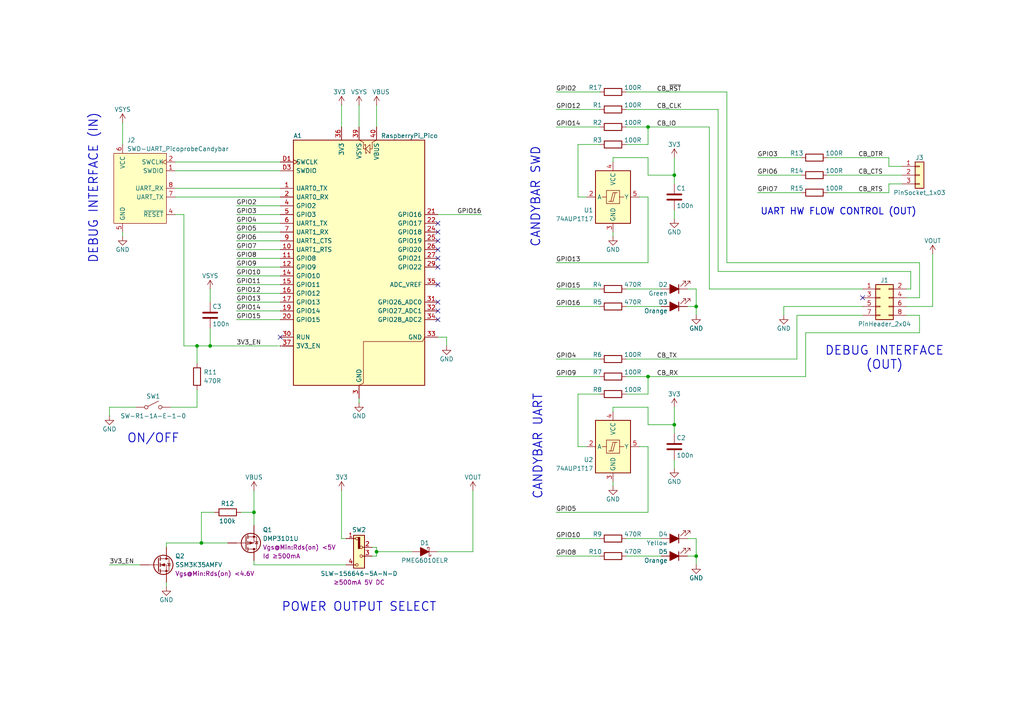
<source format=kicad_sch>
(kicad_sch (version 20231120) (generator "eeschema") (generator_version "8.0")
  (paper "A4")
  (title_block (title "Picoprobe Candybar") (date "In-progress") (rev "0-dev") (comment 1 "Peter S. Hollander") (comment 2 "recursivenomad@protonmail.com") (comment 3 "MIT-0 OR CC0-1.0") (comment 4 "https://gitlab.com/recursivenomad/picoprobe-candybar/"))
  (lib_symbols
    (symbol "Connector_Generic:Conn_01x03" (pin_names (offset 1.016) hide)
      (property "Reference" "J" (at 0 5.08 0))
      (property "Value" "Conn_01x03" (at 0 -5.08 0))
      (symbol "Conn_01x03_1_1"
        (rectangle (start -1.27 -2.413) (end 0 -2.667) (stroke (width 0.1524)))
        (rectangle (start -1.27 0.127) (end 0 -0.127) (stroke (width 0.1524)))
        (rectangle (start -1.27 2.667) (end 0 2.413) (stroke (width 0.1524)))
        (rectangle (start -1.27 3.81) (end 1.27 -3.81) (stroke (width 0.254)) (fill (type background)))
        (pin passive line (at -5.08 2.54 0) (length 3.81) (name "Pin_1") (number "1"))
        (pin passive line (at -5.08 0 0) (length 3.81) (name "Pin_2") (number "2"))
        (pin passive line (at -5.08 -2.54 0) (length 3.81) (name "Pin_3") (number "3"))
      )
    )
    (symbol "Connector_Generic:Conn_02x04_Odd_Even" (pin_names (offset 1.016) hide)
      (property "Reference" "J" (at 1.27 5.08 0))
      (property "Value" "Conn_02x04_Odd_Even" (at 1.27 -7.62 0))
      (symbol "Conn_02x04_Odd_Even_1_1"
        (rectangle (start -1.27 -4.953) (end 0 -5.207) (stroke (width 0.1524)))
        (rectangle (start -1.27 -2.413) (end 0 -2.667) (stroke (width 0.1524)))
        (rectangle (start -1.27 0.127) (end 0 -0.127) (stroke (width 0.1524)))
        (rectangle (start -1.27 2.667) (end 0 2.413) (stroke (width 0.1524)))
        (rectangle (start -1.27 3.81) (end 3.81 -6.35) (stroke (width 0.254)) (fill (type background)))
        (rectangle (start 3.81 -4.953) (end 2.54 -5.207) (stroke (width 0.1524)))
        (rectangle (start 3.81 -2.413) (end 2.54 -2.667) (stroke (width 0.1524)))
        (rectangle (start 3.81 0.127) (end 2.54 -0.127) (stroke (width 0.1524)))
        (rectangle (start 3.81 2.667) (end 2.54 2.413) (stroke (width 0.1524)))
        (pin passive line (at -5.08 2.54 0) (length 3.81) (name "Pin_1") (number "1"))
        (pin passive line (at 7.62 2.54 180) (length 3.81) (name "Pin_2") (number "2"))
        (pin passive line (at -5.08 0 0) (length 3.81) (name "Pin_3") (number "3"))
        (pin passive line (at 7.62 0 180) (length 3.81) (name "Pin_4") (number "4"))
        (pin passive line (at -5.08 -2.54 0) (length 3.81) (name "Pin_5") (number "5"))
        (pin passive line (at 7.62 -2.54 180) (length 3.81) (name "Pin_6") (number "6"))
        (pin passive line (at -5.08 -5.08 0) (length 3.81) (name "Pin_7") (number "7"))
        (pin passive line (at 7.62 -5.08 180) (length 3.81) (name "Pin_8") (number "8"))
      )
    )
    (symbol "Connector_PicoprobeCandybar:SWD-UART_PicoprobeCandybar" (pin_names (offset 0.762)) (in_bom no)
      (property "Reference" "J" (at -2.54 13.97 0))
      (property "Value" "SWD-UART_PicoprobeCandybar" (at -2.54 11.43 0))
      (symbol "SWD-UART_PicoprobeCandybar_0_0"
        (pin bidirectional line (at 10.16 5.08 180) (length 2.54) (name "SWDIO") (number "1"))
        (pin output clock (at 10.16 7.62 180) (length 2.54) (name "SWCLK") (number "2"))
      )
      (symbol "SWD-UART_PicoprobeCandybar_1_0"
        (pin open_collector line (at 10.16 -7.62 180) (length 2.54) (name "~{RESET}") (number "4"))
        (pin power_in line (at -5.08 -12.7 90) (length 2.54) (name "GND") (number "5"))
        (pin power_out line (at -5.08 12.7 270) (length 2.54) (name "VCC") (number "6"))
        (pin output line (at 10.16 -2.54 180) (length 2.54) (name "UART_TX") (number "7"))
        (pin input line (at 10.16 0 180) (length 2.54) (name "UART_RX") (number "8"))
      )
      (symbol "SWD-UART_PicoprobeCandybar_1_1"
        (rectangle (start -7.62 10.16) (end 7.62 -10.16) (fill (type background)))
      )
    )
    (symbol "Device:C" (pin_numbers hide) (pin_names (offset 0.254))
      (property "Reference" "C" (at 0.635 2.54 0))
      (property "Value" "C" (at 0.635 -2.54 0))
      (symbol "C_0_1"
        (polyline (pts (xy -2.032 -0.762) (xy 2.032 -0.762)) (stroke (width 0.508)))
        (polyline (pts (xy -2.032 0.762) (xy 2.032 0.762)) (stroke (width 0.508)))
      )
      (symbol "C_1_1"
        (pin passive line (at 0 3.81 270) (length 2.794) (name "~") (number "1"))
        (pin passive line (at 0 -3.81 90) (length 2.794) (name "~") (number "2"))
      )
    )
    (symbol "Device:LED_Filled" (pin_numbers hide) (pin_names (offset 1.016) hide)
      (property "Reference" "D" (at 0 2.54 0))
      (property "Value" "LED_Filled" (at 0 -2.54 0))
      (symbol "LED_Filled_0_1"
        (polyline (pts (xy -1.27 -1.27) (xy -1.27 1.27)) (stroke (width 0.254)))
        (polyline (pts (xy -1.27 0) (xy 1.27 0)))
        (polyline (pts (xy 1.27 -1.27) (xy 1.27 1.27) (xy -1.27 0) (xy 1.27 -1.27)) (stroke (width 0.254)) (fill (type outline)))
        (polyline (pts (xy -3.048 -0.762) (xy -4.572 -2.286) (xy -3.81 -2.286) (xy -4.572 -2.286) (xy -4.572 -1.524)))
        (polyline (pts (xy -1.778 -0.762) (xy -3.302 -2.286) (xy -2.54 -2.286) (xy -3.302 -2.286) (xy -3.302 -1.524)))
      )
      (symbol "LED_Filled_1_1"
        (pin passive line (at -3.81 0 0) (length 2.54) (name "K") (number "1"))
        (pin passive line (at 3.81 0 180) (length 2.54) (name "A") (number "2"))
      )
    )
    (symbol "Device:Q_NMOS_GSD" (pin_numbers hide) (pin_names (offset 0) hide)
      (property "Reference" "Q" (at 5.08 1.27 0))
      (property "Value" "Q_NMOS_GSD" (at 5.08 -1.27 0))
      (symbol "Q_NMOS_GSD_0_1"
        (polyline (pts (xy 0.254 0) (xy -2.54 0)))
        (polyline (pts (xy 0.254 1.905) (xy 0.254 -1.905)) (stroke (width 0.254)))
        (polyline (pts (xy 0.762 -1.27) (xy 0.762 -2.286)) (stroke (width 0.254)))
        (polyline (pts (xy 0.762 0.508) (xy 0.762 -0.508)) (stroke (width 0.254)))
        (polyline (pts (xy 0.762 2.286) (xy 0.762 1.27)) (stroke (width 0.254)))
        (polyline (pts (xy 2.54 2.54) (xy 2.54 1.778)))
        (polyline (pts (xy 2.54 -2.54) (xy 2.54 0) (xy 0.762 0)))
        (polyline (pts (xy 0.762 -1.778) (xy 3.302 -1.778) (xy 3.302 1.778) (xy 0.762 1.778)))
        (polyline (pts (xy 1.016 0) (xy 2.032 0.381) (xy 2.032 -0.381) (xy 1.016 0)) (fill (type outline)))
        (polyline (pts (xy 2.794 0.508) (xy 2.921 0.381) (xy 3.683 0.381) (xy 3.81 0.254)))
        (polyline (pts (xy 3.302 0.381) (xy 2.921 -0.254) (xy 3.683 -0.254) (xy 3.302 0.381)))
        (circle (center 1.651 0) (radius 2.794) (stroke (width 0.254)))
        (circle (center 2.54 -1.778) (radius 0.254) (fill (type outline)))
        (circle (center 2.54 1.778) (radius 0.254) (fill (type outline)))
      )
      (symbol "Q_NMOS_GSD_1_1"
        (pin input line (at -5.08 0 0) (length 2.54) (name "G") (number "1"))
        (pin passive line (at 2.54 -5.08 90) (length 2.54) (name "S") (number "2"))
        (pin passive line (at 2.54 5.08 270) (length 2.54) (name "D") (number "3"))
      )
    )
    (symbol "Device:Q_PMOS_GSD" (pin_numbers hide) (pin_names (offset 0) hide)
      (property "Reference" "Q" (at 5.08 1.27 0))
      (property "Value" "Q_PMOS_GSD" (at 5.08 -1.27 0))
      (symbol "Q_PMOS_GSD_0_1"
        (polyline (pts (xy 0.254 0) (xy -2.54 0)))
        (polyline (pts (xy 0.254 1.905) (xy 0.254 -1.905)) (stroke (width 0.254)))
        (polyline (pts (xy 0.762 -1.27) (xy 0.762 -2.286)) (stroke (width 0.254)))
        (polyline (pts (xy 0.762 0.508) (xy 0.762 -0.508)) (stroke (width 0.254)))
        (polyline (pts (xy 0.762 2.286) (xy 0.762 1.27)) (stroke (width 0.254)))
        (polyline (pts (xy 2.54 2.54) (xy 2.54 1.778)))
        (polyline (pts (xy 2.54 -2.54) (xy 2.54 0) (xy 0.762 0)))
        (polyline (pts (xy 0.762 1.778) (xy 3.302 1.778) (xy 3.302 -1.778) (xy 0.762 -1.778)))
        (polyline (pts (xy 2.286 0) (xy 1.27 0.381) (xy 1.27 -0.381) (xy 2.286 0)) (fill (type outline)))
        (polyline (pts (xy 2.794 -0.508) (xy 2.921 -0.381) (xy 3.683 -0.381) (xy 3.81 -0.254)))
        (polyline (pts (xy 3.302 -0.381) (xy 2.921 0.254) (xy 3.683 0.254) (xy 3.302 -0.381)))
        (circle (center 1.651 0) (radius 2.794) (stroke (width 0.254)))
        (circle (center 2.54 -1.778) (radius 0.254) (fill (type outline)))
        (circle (center 2.54 1.778) (radius 0.254) (fill (type outline)))
      )
      (symbol "Q_PMOS_GSD_1_1"
        (pin input line (at -5.08 0 0) (length 2.54) (name "G") (number "1"))
        (pin passive line (at 2.54 -5.08 90) (length 2.54) (name "S") (number "2"))
        (pin passive line (at 2.54 5.08 270) (length 2.54) (name "D") (number "3"))
      )
    )
    (symbol "Device:R" (pin_numbers hide) (pin_names (offset 0))
      (property "Reference" "R" (at 2.032 0 90))
      (property "Value" "R" (at 0 0 90))
      (symbol "R_0_1"
        (rectangle (start -1.016 -2.54) (end 1.016 2.54) (stroke (width 0.254)))
      )
      (symbol "R_1_1"
        (pin passive line (at 0 3.81 270) (length 1.27) (name "~") (number "1"))
        (pin passive line (at 0 -3.81 90) (length 1.27) (name "~") (number "2"))
      )
    )
    (symbol "MCU_Module_RaspberryPi_Pico:RaspberryPi_Pico_DebugPins" (pin_names (offset 0.762))
      (property "Reference" "A" (at -19.05 38.1 0))
      (property "Value" "RaspberryPi_Pico" (at 7.62 38.1 0))
      (symbol "RaspberryPi_Pico_DebugPins_0_1"
        (rectangle (start -19.05 36.83) (end 19.05 -34.29) (stroke (width 0.254)) (fill (type background)))
        (polyline (pts (xy 0 36.83) (xy 1.27 36.195) (xy 1.27 34.29) (xy 1.905 34.29)))
        (polyline (pts (xy 1.905 34.29) (xy 3.175 35.56) (xy 3.175 33.02) (xy 1.905 34.29)))
        (polyline (pts (xy 5.08 36.83) (xy 3.81 36.195) (xy 3.81 34.29) (xy 3.175 34.29)))
        (polyline (pts (xy 0 -34.29) (xy 1.27 -33.655) (xy 1.27 -21.59) (xy 18.415 -21.59) (xy 19.05 -20.32)))
        (polyline (pts (xy 1.651 35.306) (xy 1.651 35.56) (xy 1.905 35.56) (xy 1.905 33.02) (xy 2.159 33.02) (xy 2.159 33.274)))
      )
      (symbol "RaspberryPi_Pico_DebugPins_1_1"
        (pin bidirectional line (at -22.86 22.86 0) (length 3.81) (name "GPIO0") (number "1") (alternate "UART0_TX" output line))
        (pin bidirectional line (at -22.86 5.08 0) (length 3.81) (name "GPIO7") (number "10") (alternate "UART1_RTS" output line))
        (pin bidirectional line (at -22.86 2.54 0) (length 3.81) (name "GPIO8") (number "11") (alternate "UART1_TX" output line))
        (pin bidirectional line (at -22.86 0 0) (length 3.81) (name "GPIO9") (number "12") (alternate "UART1_RX" input line))
        (pin passive line (at 0 -38.1 90) (length 3.81) hide (name "GND") (number "13"))
        (pin bidirectional line (at -22.86 -2.54 0) (length 3.81) (name "GPIO10") (number "14") (alternate "UART1_CTS" input line))
        (pin bidirectional line (at -22.86 -5.08 0) (length 3.81) (name "GPIO11") (number "15") (alternate "UART1_RTS" output line))
        (pin bidirectional line (at -22.86 -7.62 0) (length 3.81) (name "GPIO12") (number "16") (alternate "UART0_TX" output line))
        (pin bidirectional line (at -22.86 -10.16 0) (length 3.81) (name "GPIO13") (number "17") (alternate "UART0_RX" input line))
        (pin passive line (at 0 -38.1 90) (length 3.81) hide (name "GND") (number "18"))
        (pin bidirectional line (at -22.86 -12.7 0) (length 3.81) (name "GPIO14") (number "19"))
        (pin bidirectional line (at -22.86 20.32 0) (length 3.81) (name "GPIO1") (number "2") (alternate "UART0_RX" input line))
        (pin bidirectional line (at -22.86 -15.24 0) (length 3.81) (name "GPIO15") (number "20"))
        (pin bidirectional line (at 22.86 15.24 180) (length 3.81) (name "GPIO16") (number "21") (alternate "UART0_TX" output line))
        (pin bidirectional line (at 22.86 12.7 180) (length 3.81) (name "GPIO17") (number "22") (alternate "UART0_RX" input line))
        (pin passive line (at 0 -38.1 90) (length 3.81) hide (name "GND") (number "23"))
        (pin bidirectional line (at 22.86 10.16 180) (length 3.81) (name "GPIO18") (number "24"))
        (pin bidirectional line (at 22.86 7.62 180) (length 3.81) (name "GPIO19") (number "25"))
        (pin bidirectional line (at 22.86 5.08 180) (length 3.81) (name "GPIO20") (number "26") (alternate "UART1_TX" output line))
        (pin bidirectional line (at 22.86 2.54 180) (length 3.81) (name "GPIO21") (number "27") (alternate "UART1_RX" input line))
        (pin passive line (at 0 -38.1 90) (length 3.81) hide (name "GND") (number "28"))
        (pin bidirectional line (at 22.86 0 180) (length 3.81) (name "GPIO22") (number "29") (alternate "UART1_CTS" input line))
        (pin power_out line (at 0 -38.1 90) (length 3.81) (name "GND") (number "3"))
        (pin input line (at -22.86 -20.32 0) (length 3.81) (name "RUN") (number "30"))
        (pin bidirectional line (at 22.86 -10.16 180) (length 3.81) (name "GPIO26_ADC0") (number "31") (alternate "UART1_CTS" input line))
        (pin bidirectional line (at 22.86 -12.7 180) (length 3.81) (name "GPIO27_ADC1") (number "32") (alternate "UART1_RTS" output line))
        (pin power_out line (at 22.86 -20.32 180) (length 3.81) (name "AGND") (number "33") (alternate "GND" passive line))
        (pin bidirectional line (at 22.86 -15.24 180) (length 3.81) (name "GPIO28_ADC2") (number "34") (alternate "UART0_TX" output line))
        (pin power_in line (at 22.86 -5.08 180) (length 3.81) (name "ADC_VREF") (number "35"))
        (pin power_out line (at -5.08 40.64 270) (length 3.81) (name "3V3") (number "36"))
        (pin input line (at -22.86 -22.86 0) (length 3.81) (name "3V3_EN") (number "37"))
        (pin passive line (at 0 -38.1 90) (length 3.81) hide (name "GND") (number "38"))
        (pin power_in line (at 0 40.64 270) (length 3.81) (name "VSYS") (number "39"))
        (pin bidirectional line (at -22.86 17.78 0) (length 3.81) (name "GPIO2") (number "4"))
        (pin power_out line (at 5.08 40.64 270) (length 3.81) (name "VBUS") (number "40"))
        (pin bidirectional line (at -22.86 15.24 0) (length 3.81) (name "GPIO3") (number "5"))
        (pin bidirectional line (at -22.86 12.7 0) (length 3.81) (name "GPIO4") (number "6") (alternate "UART1_TX" output line))
        (pin bidirectional line (at -22.86 10.16 0) (length 3.81) (name "GPIO5") (number "7") (alternate "UART1_RX" input line))
        (pin passive line (at 0 -38.1 90) (length 3.81) hide (name "GND") (number "8"))
        (pin bidirectional line (at -22.86 7.62 0) (length 3.81) (name "GPIO6") (number "9") (alternate "UART1_CTS" input line))
        (pin input clock (at -22.86 30.48 0) (length 3.81) (name "SWCLK") (number "D1"))
        (pin passive line (at 0 -38.1 90) (length 3.81) hide (name "GND") (number "D2"))
        (pin bidirectional line (at -22.86 27.94 0) (length 3.81) (name "SWDIO") (number "D3"))
      )
    )
    (symbol "MCU_Module_RaspberryPi_Pico:RaspberryPi_Pico_InternalPullUp-3V3_EN" (pin_numbers hide) (pin_names hide) (in_bom no) (on_board no)
      (symbol "RaspberryPi_Pico_InternalPullUp-3V3_EN_0_1"
        (polyline (pts (xy 8.89 -2.54) (xy 12.065 -2.54)))
        (rectangle (start 5.715 -1.905) (end 8.89 -3.175))
      )
      (symbol "RaspberryPi_Pico_InternalPullUp-3V3_EN_1_1"
        (polyline (pts (xy 5.715 -2.54) (xy 5.08 -2.54) (xy 3.81 0)))
        (text "VSYS" (at 12.065 -1.905 0) (effects (font (size 0.635 0.635)) (justify right)))
        (pin passive line (at 0 0 0) (length 3.81) (name "INTERNAL_PULL_UP") (number "1"))
      )
    )
    (symbol "ProjectSymbols_PicoprobeCandybar:74AUP1T17"
      (property "Reference" "U" (at 1.27 8.89 0))
      (property "Value" "74AUP1T17" (at 1.27 -8.89 0))
      (symbol "74AUP1T17_1_1"
        (rectangle (start -5.08 7.62) (end 5.08 -7.62) (stroke (width 0.254)) (fill (type background)))
        (rectangle (start -1.905 1.905) (end 1.905 -1.905))
        (polyline (pts (xy -3.175 0) (xy -1.905 0)))
        (polyline (pts (xy 1.905 0) (xy 3.175 0)))
        (polyline (pts (xy -0.635 -1.27) (xy 0 -1.27) (xy 0.635 1.27)))
        (polyline (pts (xy -1.27 -1.27) (xy -0.635 -1.27) (xy 0 1.27) (xy 1.27 1.27)))
        (pin no_connect line (at -2.54 -7.62 90) (length 2.54) hide (name "NC") (number "1"))
        (pin input line (at -7.62 0 0) (length 2.54) (name "A") (number "2"))
        (pin power_in line (at 0 -10.16 90) (length 2.54) (name "GND") (number "3"))
        (pin power_in line (at 0 10.16 270) (length 2.54) (name "VCC") (number "4"))
        (pin output line (at 7.62 0 180) (length 2.54) (name "Y") (number "5"))
      )
    )
    (symbol "ProjectSymbols_PicoprobeCandybar:PMEG6010ELR" (pin_numbers hide) (pin_names hide)
      (property "Reference" "D" (at 0 2.54 0))
      (property "Value" "PMEG6010ELR" (at 0 -2.54 0))
      (symbol "PMEG6010ELR_1_1"
        (polyline (pts (xy -1.27 1.27) (xy -1.27 -1.27)))
        (polyline (pts (xy -1.27 -1.27) (xy -0.762 -1.27) (xy -0.762 -0.762)))
        (polyline (pts (xy -1.27 1.27) (xy -1.778 1.27) (xy -1.778 0.762)))
        (polyline (pts (xy -1.27 0) (xy 1.27 1.27) (xy 1.27 -1.27) (xy -1.27 0)) (fill (type outline)))
        (pin passive line (at -3.81 0 0) (length 2.54) (name "K") (number "1"))
        (pin passive line (at 3.81 0 180) (length 2.54) (name "A") (number "2"))
      )
    )
    (symbol "ProjectSymbols_PicoprobeCandybar:SW_Slide_SP3T" (pin_names hide)
      (property "Reference" "SW" (at 0 6.35 0))
      (property "Value" "SW_Slide_SP3T" (at 0 -6.35 0))
      (symbol "SW_Slide_SP3T_0_1"
        (circle (center -0.635 -3.81) (radius 0.381))
        (circle (center -0.635 3.81) (radius 0.381))
        (circle (center 0.635 -1.27) (radius 0.381))
        (circle (center 0.635 1.27) (radius 0.381))
      )
      (symbol "SW_Slide_SP3T_1_1"
        (rectangle (start -1.5875 4.7625) (end 1.5875 -4.7625) (stroke (width 0.254)) (fill (type background)))
        (rectangle (start -0.254 4.191) (end 0.254 0.889) (fill (type outline)))
        (pin passive line (at -3.81 3.81 0) (length 2.794) (name "~") (number "1"))
        (pin passive line (at 3.81 1.27 180) (length 2.794) (name "~") (number "2"))
        (pin passive line (at 3.81 -1.27 180) (length 2.794) (name "~") (number "3"))
        (pin passive line (at -3.81 -3.81 0) (length 2.794) (name "~") (number "4"))
      )
    )
    (symbol "Switch:SW_SPST" (pin_numbers hide) (pin_names (offset 0) hide)
      (property "Reference" "SW" (at 0 3.175 0))
      (property "Value" "SW_SPST" (at 0 -2.54 0))
      (symbol "SW_SPST_0_0"
        (circle (center -2.032 0) (radius 0.508))
        (polyline (pts (xy -1.524 0.254) (xy 1.524 1.778)))
        (circle (center 2.032 0) (radius 0.508))
      )
      (symbol "SW_SPST_1_1"
        (pin passive line (at -5.08 0 0) (length 2.54) (name "A") (number "1"))
        (pin passive line (at 5.08 0 180) (length 2.54) (name "B") (number "2"))
      )
    )
    (symbol "power:+3V3" (power) (pin_numbers hide) (pin_names (offset 0) hide)
      (property "Value" "+3V3" (at 0 3.556 0))
      (symbol "+3V3_0_1"
        (polyline (pts (xy -0.762 1.27) (xy 0 2.54)))
        (polyline (pts (xy 0 0) (xy 0 2.54)))
        (polyline (pts (xy 0 2.54) (xy 0.762 1.27)))
      )
      (symbol "+3V3_1_1"
        (pin power_in line (at 0 0 90) (length 0) (name "~") (number "1"))
      )
    )
    (symbol "power:GND" (power) (pin_numbers hide) (pin_names (offset 0) hide)
      (property "Value" "GND" (at 0 -3.81 0))
      (symbol "GND_0_1"
        (polyline (pts (xy 0 0) (xy 0 -1.27) (xy 1.27 -1.27) (xy 0 -2.54) (xy -1.27 -1.27) (xy 0 -1.27)))
      )
      (symbol "GND_1_1"
        (pin power_in line (at 0 0 270) (length 0) (name "~") (number "1"))
      )
    )
    (symbol "power:PWR_FLAG" (power) (pin_numbers hide) (pin_names (offset 0) hide)
      (property "Value" "PWR_FLAG" (at 0 3.81 0))
      (symbol "PWR_FLAG_0_0"
        (pin power_out line (at 0 0 90) (length 0) (name "~") (number "1"))
      )
      (symbol "PWR_FLAG_0_1"
        (polyline (pts (xy 0 0) (xy 0 1.27) (xy -1.016 1.905) (xy 0 2.54) (xy 1.016 1.905) (xy 0 1.27)))
      )
    )
    (symbol "power:VBUS" (power) (pin_numbers hide) (pin_names (offset 0) hide)
      (property "Value" "VBUS" (at 0 3.556 0))
      (symbol "VBUS_0_1"
        (polyline (pts (xy -0.762 1.27) (xy 0 2.54)))
        (polyline (pts (xy 0 0) (xy 0 2.54)))
        (polyline (pts (xy 0 2.54) (xy 0.762 1.27)))
      )
      (symbol "VBUS_1_1"
        (pin power_in line (at 0 0 90) (length 0) (name "~") (number "1"))
      )
    )
    (symbol "power:VCC" (power) (pin_numbers hide) (pin_names (offset 0) hide)
      (property "Value" "VCC" (at 0 3.556 0))
      (symbol "VCC_0_1"
        (polyline (pts (xy -0.762 1.27) (xy 0 2.54)))
        (polyline (pts (xy 0 0) (xy 0 2.54)))
        (polyline (pts (xy 0 2.54) (xy 0.762 1.27)))
      )
      (symbol "VCC_1_1"
        (pin power_in line (at 0 0 90) (length 0) (name "~") (number "1"))
      )
    )
  )
  (junction (at 187.96 36.83))
  (junction (at 109.22 160.02))
  (junction (at 58.42 157.48))
  (junction (at 187.96 109.22))
  (junction (at 195.58 123.19))
  (junction (at 57.15 100.33))
  (junction (at 201.93 88.9))
  (junction (at 81.28 100.33) (color 255 255 255 0))
  (junction (at 60.96 100.33))
  (junction (at 201.93 161.29))
  (junction (at 73.66 148.59))
  (junction (at 195.58 50.8))
  (no_connect (at 127 82.55))
  (no_connect (at 250.19 86.36))
  (no_connect (at 127 90.17))
  (no_connect (at 127 74.93))
  (no_connect (at 127 64.77))
  (no_connect (at 127 69.85))
  (no_connect (at 127 72.39))
  (no_connect (at 81.28 97.79))
  (no_connect (at 127 77.47))
  (no_connect (at 127 87.63))
  (no_connect (at 127 92.71))
  (no_connect (at 127 67.31))
  (wire (pts (xy 219.71 45.72) (xy 232.41 45.72)))
  (wire (pts (xy 50.8 54.61) (xy 81.28 54.61)))
  (wire (pts (xy 181.61 104.14) (xy 231.14 104.14)))
  (wire (pts (xy 99.06 156.21) (xy 99.06 142.24)))
  (wire (pts (xy 129.54 97.79) (xy 127 97.79)))
  (wire (pts (xy 270.51 73.66) (xy 270.51 88.9)))
  (wire (pts (xy 181.61 161.29) (xy 191.77 161.29)))
  (wire (pts (xy 187.96 41.91) (xy 187.96 36.83)))
  (wire (pts (xy 187.96 50.8) (xy 187.96 45.72)))
  (wire (pts (xy 167.64 41.91) (xy 167.64 57.15)))
  (wire (pts (xy 187.96 123.19) (xy 187.96 118.11)))
  (wire (pts (xy 187.96 76.2) (xy 187.96 57.15)))
  (wire (pts (xy 177.8 118.11) (xy 177.8 119.38)))
  (wire (pts (xy 181.61 109.22) (xy 187.96 109.22)))
  (wire (pts (xy 262.89 88.9) (xy 270.51 88.9)))
  (wire (pts (xy 35.56 67.31) (xy 35.56 68.58)))
  (wire (pts (xy 219.71 50.8) (xy 232.41 50.8)))
  (wire (pts (xy 250.19 83.82) (xy 205.74 83.82)))
  (wire (pts (xy 60.96 83.82) (xy 60.96 87.63)))
  (wire (pts (xy 250.19 91.44) (xy 231.14 91.44)))
  (wire (pts (xy 48.26 157.48) (xy 58.42 157.48)))
  (wire (pts (xy 195.58 45.72) (xy 195.58 50.8)))
  (wire (pts (xy 187.96 148.59) (xy 187.96 129.54)))
  (wire (pts (xy 210.82 26.67) (xy 210.82 76.2)))
  (wire (pts (xy 68.58 64.77) (xy 81.28 64.77)))
  (wire (pts (xy 137.16 160.02) (xy 127 160.02)))
  (wire (pts (xy 73.66 163.83) (xy 100.33 163.83)))
  (wire (pts (xy 173.99 41.91) (xy 167.64 41.91)))
  (wire (pts (xy 173.99 114.3) (xy 167.64 114.3)))
  (wire (pts (xy 181.61 31.75) (xy 208.28 31.75)))
  (wire (pts (xy 53.34 100.33) (xy 57.15 100.33)))
  (wire (pts (xy 167.64 114.3) (xy 167.64 129.54)))
  (wire (pts (xy 31.75 120.65) (xy 31.75 118.11)))
  (wire (pts (xy 161.29 26.67) (xy 173.99 26.67)))
  (wire (pts (xy 181.61 83.82) (xy 191.77 83.82)))
  (wire (pts (xy 201.93 156.21) (xy 201.93 161.29)))
  (wire (pts (xy 177.8 140.97) (xy 177.8 139.7)))
  (wire (pts (xy 181.61 114.3) (xy 187.96 114.3)))
  (wire (pts (xy 187.96 109.22) (xy 233.68 109.22)))
  (wire (pts (xy 266.7 76.2) (xy 210.82 76.2)))
  (wire (pts (xy 262.89 91.44) (xy 266.7 91.44)))
  (wire (pts (xy 201.93 83.82) (xy 201.93 88.9)))
  (wire (pts (xy 100.33 156.21) (xy 99.06 156.21)))
  (wire (pts (xy 109.22 30.48) (xy 109.22 36.83)))
  (wire (pts (xy 104.14 115.57) (xy 104.14 116.84)))
  (wire (pts (xy 57.15 100.33) (xy 60.96 100.33)))
  (wire (pts (xy 69.85 148.59) (xy 73.66 148.59)))
  (wire (pts (xy 137.16 142.24) (xy 137.16 160.02)))
  (wire (pts (xy 161.29 36.83) (xy 173.99 36.83)))
  (wire (pts (xy 201.93 88.9) (xy 201.93 91.44)))
  (wire (pts (xy 68.58 77.47) (xy 81.28 77.47)))
  (wire (pts (xy 68.58 72.39) (xy 81.28 72.39)))
  (wire (pts (xy 161.29 156.21) (xy 173.99 156.21)))
  (wire (pts (xy 199.39 161.29) (xy 201.93 161.29)))
  (wire (pts (xy 104.14 30.48) (xy 104.14 36.83)))
  (wire (pts (xy 257.81 48.26) (xy 261.62 48.26)))
  (wire (pts (xy 109.22 160.02) (xy 109.22 161.29)))
  (wire (pts (xy 227.33 88.9) (xy 227.33 91.44)))
  (wire (pts (xy 167.64 57.15) (xy 170.18 57.15)))
  (wire (pts (xy 257.81 55.88) (xy 257.81 53.34)))
  (wire (pts (xy 177.8 68.58) (xy 177.8 67.31)))
  (wire (pts (xy 68.58 90.17) (xy 81.28 90.17)))
  (wire (pts (xy 50.8 57.15) (xy 81.28 57.15)))
  (wire (pts (xy 187.96 129.54) (xy 185.42 129.54)))
  (wire (pts (xy 195.58 50.8) (xy 195.58 53.34)))
  (wire (pts (xy 233.68 96.52) (xy 266.7 96.52)))
  (wire (pts (xy 266.7 86.36) (xy 266.7 76.2)))
  (wire (pts (xy 181.61 88.9) (xy 191.77 88.9)))
  (wire (pts (xy 73.66 148.59) (xy 73.66 152.4)))
  (wire (pts (xy 195.58 118.11) (xy 195.58 123.19)))
  (wire (pts (xy 107.95 158.75) (xy 109.22 158.75)))
  (wire (pts (xy 208.28 78.74) (xy 264.16 78.74)))
  (wire (pts (xy 201.93 161.29) (xy 201.93 163.83)))
  (wire (pts (xy 58.42 157.48) (xy 66.04 157.48)))
  (wire (pts (xy 257.81 53.34) (xy 261.62 53.34)))
  (wire (pts (xy 167.64 129.54) (xy 170.18 129.54)))
  (wire (pts (xy 109.22 158.75) (xy 109.22 160.02)))
  (wire (pts (xy 31.75 118.11) (xy 39.37 118.11)))
  (wire (pts (xy 161.29 109.22) (xy 173.99 109.22)))
  (wire (pts (xy 195.58 60.96) (xy 195.58 63.5)))
  (wire (pts (xy 31.75 163.83) (xy 40.64 163.83)))
  (wire (pts (xy 257.81 45.72) (xy 257.81 48.26)))
  (wire (pts (xy 187.96 148.59) (xy 161.29 148.59)))
  (wire (pts (xy 266.7 91.44) (xy 266.7 96.52)))
  (wire (pts (xy 181.61 36.83) (xy 187.96 36.83)))
  (wire (pts (xy 195.58 50.8) (xy 187.96 50.8)))
  (wire (pts (xy 68.58 82.55) (xy 81.28 82.55)))
  (wire (pts (xy 227.33 88.9) (xy 250.19 88.9)))
  (wire (pts (xy 161.29 161.29) (xy 173.99 161.29)))
  (wire (pts (xy 73.66 142.24) (xy 73.66 148.59)))
  (wire (pts (xy 49.53 118.11) (xy 57.15 118.11)))
  (wire (pts (xy 177.8 45.72) (xy 177.8 46.99)))
  (wire (pts (xy 68.58 74.93) (xy 81.28 74.93)))
  (wire (pts (xy 187.96 57.15) (xy 185.42 57.15)))
  (wire (pts (xy 68.58 67.31) (xy 81.28 67.31)))
  (wire (pts (xy 266.7 86.36) (xy 262.89 86.36)))
  (wire (pts (xy 50.8 62.23) (xy 53.34 62.23)))
  (wire (pts (xy 68.58 59.69) (xy 81.28 59.69)))
  (wire (pts (xy 231.14 91.44) (xy 231.14 104.14)))
  (wire (pts (xy 50.8 46.99) (xy 81.28 46.99)))
  (wire (pts (xy 68.58 87.63) (xy 81.28 87.63)))
  (wire (pts (xy 240.03 50.8) (xy 261.62 50.8)))
  (wire (pts (xy 161.29 83.82) (xy 173.99 83.82)))
  (wire (pts (xy 57.15 118.11) (xy 57.15 113.03)))
  (wire (pts (xy 199.39 156.21) (xy 201.93 156.21)))
  (wire (pts (xy 205.74 36.83) (xy 205.74 83.82)))
  (wire (pts (xy 68.58 92.71) (xy 81.28 92.71)))
  (wire (pts (xy 208.28 31.75) (xy 208.28 78.74)))
  (wire (pts (xy 68.58 69.85) (xy 81.28 69.85)))
  (wire (pts (xy 187.96 36.83) (xy 205.74 36.83)))
  (wire (pts (xy 68.58 62.23) (xy 81.28 62.23)))
  (wire (pts (xy 53.34 62.23) (xy 53.34 100.33)))
  (wire (pts (xy 187.96 114.3) (xy 187.96 109.22)))
  (wire (pts (xy 264.16 83.82) (xy 262.89 83.82)))
  (wire (pts (xy 60.96 100.33) (xy 81.28 100.33)))
  (wire (pts (xy 73.66 162.56) (xy 73.66 163.83)))
  (wire (pts (xy 177.8 118.11) (xy 187.96 118.11)))
  (wire (pts (xy 177.8 45.72) (xy 187.96 45.72)))
  (wire (pts (xy 187.96 76.2) (xy 161.29 76.2)))
  (wire (pts (xy 199.39 83.82) (xy 201.93 83.82)))
  (wire (pts (xy 68.58 80.01) (xy 81.28 80.01)))
  (wire (pts (xy 161.29 104.14) (xy 173.99 104.14)))
  (wire (pts (xy 58.42 148.59) (xy 58.42 157.48)))
  (wire (pts (xy 195.58 123.19) (xy 187.96 123.19)))
  (wire (pts (xy 181.61 41.91) (xy 187.96 41.91)))
  (wire (pts (xy 161.29 88.9) (xy 173.99 88.9)))
  (wire (pts (xy 129.54 97.79) (xy 129.54 100.33)))
  (wire (pts (xy 109.22 161.29) (xy 107.95 161.29)))
  (wire (pts (xy 99.06 30.48) (xy 99.06 36.83)))
  (wire (pts (xy 60.96 95.25) (xy 60.96 100.33)))
  (wire (pts (xy 127 62.23) (xy 139.7 62.23)))
  (wire (pts (xy 57.15 105.41) (xy 57.15 100.33)))
  (wire (pts (xy 240.03 55.88) (xy 257.81 55.88)))
  (wire (pts (xy 48.26 157.48) (xy 48.26 158.75)))
  (wire (pts (xy 219.71 55.88) (xy 232.41 55.88)))
  (wire (pts (xy 68.58 85.09) (xy 81.28 85.09)))
  (wire (pts (xy 109.22 160.02) (xy 119.38 160.02)))
  (wire (pts (xy 199.39 88.9) (xy 201.93 88.9)))
  (wire (pts (xy 240.03 45.72) (xy 257.81 45.72)))
  (wire (pts (xy 195.58 133.35) (xy 195.58 135.89)))
  (wire (pts (xy 35.56 35.56) (xy 35.56 41.91)))
  (wire (pts (xy 181.61 26.67) (xy 210.82 26.67)))
  (wire (pts (xy 264.16 83.82) (xy 264.16 78.74)))
  (wire (pts (xy 161.29 31.75) (xy 173.99 31.75)))
  (wire (pts (xy 58.42 148.59) (xy 62.23 148.59)))
  (wire (pts (xy 48.26 168.91) (xy 48.26 170.18)))
  (wire (pts (xy 233.68 96.52) (xy 233.68 109.22)))
  (wire (pts (xy 195.58 123.19) (xy 195.58 125.73)))
  (wire (pts (xy 181.61 156.21) (xy 191.77 156.21)))
  (wire (pts (xy 50.8 49.53) (xy 81.28 49.53)))
  (text "CANDYBAR UART" (at 157.48 129.54 90) (effects (font (size 2.54 2.54) (thickness 0.254) (bold yes)) (justify bottom)))
  (text "POWER OUTPUT SELECT" (at 104.14 174.625 0) (effects (font (size 2.54 2.54) (thickness 0.254) (bold yes)) (justify top)))
  (text "CB_~{RST}" (at 190.5 26.67 0) (effects (font (size 1.27 1.27)) (justify left bottom)))
  (text "DEBUG INTERFACE (IN)" (at 28.575 54.61 90) (effects (font (size 2.54 2.54) (thickness 0.254) (bold yes)) (justify bottom)))
  (text "ON/OFF" (at 44.45 125.73 0) (effects (font (size 2.54 2.54) (thickness 0.254) (bold yes)) (justify top)))
  (text "DEBUG INTERFACE\n(OUT)" (at 256.54 100.33 0) (effects (font (size 2.54 2.54) (thickness 0.254) (bold yes)) (justify top)))
  (text "CANDYBAR SWD" (at 156.845 57.15 90) (effects (font (size 2.54 2.54) (thickness 0.254) (bold yes)) (justify bottom)))
  (text "UART HW FLOW CONTROL (OUT)" (at 243.205 60.325 0) (effects (font (size 1.905 1.905) (thickness 0.254) (bold yes)) (justify top)))
  (label "3V3_EN" (at 68.58 100.33 0))
  (label "GPIO14" (at 161.29 36.83 0))
  (label "GPIO6" (at 219.71 50.8 0))
  (label "GPIO14" (at 68.58 90.17 0))
  (label "CB_CLK" (at 190.5 31.75 0))
  (label "GPIO3" (at 219.71 45.72 0))
  (label "GPIO8" (at 68.58 74.93 0))
  (label "CB_CTS" (at 248.92 50.8 0))
  (label "GPIO15" (at 161.29 83.82 0))
  (label "GPIO5" (at 161.29 148.59 0))
  (label "GPIO2" (at 161.29 26.67 0))
  (label "GPIO12" (at 161.29 31.75 0))
  (label "CB_RX" (at 190.5 109.22 0))
  (label "GPIO13" (at 161.29 76.2 0))
  (label "CB_RTS" (at 248.92 55.88 0))
  (label "GPIO7" (at 219.71 55.88 0))
  (label "CB_TX" (at 190.5 104.14 0))
  (label "GPIO5" (at 68.58 67.31 0))
  (label "GPIO10" (at 161.29 156.21 0))
  (label "GPIO11" (at 68.58 82.55 0))
  (label "GPIO16" (at 161.29 88.9 0))
  (label "GPIO6" (at 68.58 69.85 0))
  (label "GPIO3" (at 68.58 62.23 0))
  (label "GPIO7" (at 68.58 72.39 0))
  (label "3V3_EN" (at 31.75 163.83 0))
  (label "GPIO9" (at 68.58 77.47 0))
  (label "GPIO15" (at 68.58 92.71 0))
  (label "GPIO2" (at 68.58 59.69 0))
  (label "GPIO12" (at 68.58 85.09 0))
  (label "CB_IO" (at 190.5 36.83 0))
  (label "GPIO4" (at 68.58 64.77 0))
  (label "GPIO4" (at 161.29 104.14 0))
  (label "GPIO9" (at 161.29 109.22 0))
  (label "GPIO10" (at 68.58 80.01 0))
  (label "GPIO8" (at 161.29 161.29 0))
  (label "GPIO16" (at 139.7 62.23 180))
  (label "CB_DTR" (at 248.92 45.72 0))
  (label "GPIO13" (at 68.58 87.63 0))
  (symbol (lib_id "Device:R") (at 57.15 109.22 180) (unit 1)
    (property "Reference" "R11" (at 59.055 107.95 0) (effects (justify right)))
    (property "Value" "470R" (at 59.055 110.49 0) (effects (justify right)))
    (property "Description" "Resistor" (effects (hide yes)))
  )
  (symbol (lib_id "power:GND") (at 177.8 140.97 0) (unit 1)
    (property "Reference" "#PWR011" (effects (hide yes)))
    (property "Value" "GND" (at 177.8 144.78 0))
    (property "Description" "Power symbol creates a global label with name \"GND\" , ground" (effects (hide yes)))
  )
  (symbol (lib_id "Switch:SW_SPST") (at 44.45 118.11 0) (unit 1)
    (property "Reference" "SW1" (at 44.45 114.935 0))
    (property "Value" "SW-R1-1A-E-1-0" (at 44.45 120.65 0))
    (property "Footprint" "ProjectFootprints_PicoprobeCandybar:SW_Rocker_SPST_QuickConnect_P10.8mm_SW-R1-1X-E-XX-0_Retrofit-SMD-Horizontal" (effects (hide yes)))
    (property "Datasheet" "https://app.adam-tech.com/products/download/data_sheet/203480/sw-r1-1x-e-xx-0-data-sheet.pdf" (effects (hide yes)))
    (property "Description" "Single Pole Single Throw (SPST) switch" (effects (hide yes)))
  )
  (symbol (lib_id "power:VCC") (at 35.56 35.56 0) (unit 1)
    (property "Reference" "#PWR023" (effects (hide yes)))
    (property "Value" "VSYS" (at 35.56 31.75 0))
    (property "Description" "Power symbol creates a global label with name \"VSYS\"" (effects (hide yes)))
  )
  (symbol (lib_id "power:GND") (at 129.54 100.33 0) (unit 1)
    (property "Reference" "#PWR08" (effects (hide yes)))
    (property "Value" "GND" (at 129.54 104.14 0))
    (property "Description" "Power symbol creates a global label with name \"GND\" , ground" (effects (hide yes)))
  )
  (symbol (lib_id "Connector_Generic:Conn_01x03") (at 266.7 50.8 0) (unit 1)
    (property "Reference" "J3" (at 266.7 45.72 0))
    (property "Value" "PinSocket_1x03" (at 266.7 55.88 0))
    (property "Description" "Generic connector, single row, 01x03, script generated (kicad-library-utils/schlib/autogen/connector/)" (effects (hide yes)))
  )
  (symbol (lib_id "power:PWR_FLAG") (at 307.34 190.5 180) (unit 1)
    (property "Reference" "#FLG01" (effects (hide yes)))
    (property "Value" "PWR_FLAG" (at 307.34 194.31 0))
    (property "Description" "Special symbol for telling ERC where power comes from" (effects (hide yes)))
  )
  (symbol (lib_id "Device:R") (at 66.04 148.59 90) (unit 1)
    (property "Reference" "R12" (at 67.945 146.05 90) (effects (justify left)))
    (property "Value" "100k" (at 63.5 151.13 90) (effects (justify right)))
    (property "Description" "Resistor" (effects (hide yes)))
  )
  (symbol (lib_id "power:VCC") (at 137.16 142.24 0) (unit 1)
    (property "Reference" "#PWR09" (effects (hide yes)))
    (property "Value" "VOUT" (at 137.16 138.43 0))
    (property "Description" "Power symbol creates a global label with name \"VOUT\"" (effects (hide yes)))
  )
  (symbol (lib_id "power:VCC") (at 307.34 190.5 0) (unit 1)
    (property "Reference" "#PWR020" (effects (hide yes)))
    (property "Value" "VOUT" (at 307.34 186.69 0))
    (property "Description" "Power symbol creates a global label with name \"VOUT\"" (effects (hide yes)))
  )
  (symbol (lib_id "ProjectSymbols_PicoprobeCandybar:74AUP1T17") (at 177.8 129.54 0) (unit 1)
    (property "Reference" "U2" (at 172.085 133.35 0) (effects (justify right)))
    (property "Value" "74AUP1T17" (at 172.085 135.89 0) (effects (justify right)))
    (property "Footprint" "Package_TO_SOT_SMD:SOT-353_SC-70-5" (effects (hide yes)))
    (property "Datasheet" "https://assets.nexperia.com/documents/data-sheet/74AUP1T17.pdf" (effects (hide yes)))
  )
  (symbol (lib_id "Device:C") (at 195.58 57.15 0) (unit 1)
    (property "Reference" "C1" (at 196.215 54.61 0) (effects (justify left)))
    (property "Value" "100n" (at 196.215 59.69 0) (effects (justify left)))
    (property "Description" "Unpolarized capacitor" (effects (hide yes)))
  )
  (symbol (lib_id "MCU_Module_RaspberryPi_Pico:RaspberryPi_Pico_InternalPullUp-3V3_EN") (at 81.28 100.33 0) (unit 1) (in_bom no) (on_board no)
    (property "Reference" "#INT1" (effects (hide yes)))
    (property "Value" "InternalPullUp_3V3_EN" (effects (hide yes)))
    (property "Datasheet" "https://datasheets.raspberrypi.com/pico/pico-datasheet.pdf" (effects (hide yes)))
    (property "Description" "Symbol for the internal pull-up resistor on the Raspberry Pi Pico 3V3_EN pin, to make ERC happy when connecting to open collectors" (effects (hide yes)))
  )
  (symbol (lib_id "power:GND") (at 195.58 63.5 0) (unit 1)
    (property "Reference" "#PWR013" (effects (hide yes)))
    (property "Value" "GND" (at 195.58 67.31 0))
    (property "Description" "Power symbol creates a global label with name \"GND\" , ground" (effects (hide yes)))
  )
  (symbol (lib_id "Device:R") (at 236.22 50.8 90) (unit 1)
    (property "Reference" "R14" (at 233.045 49.53 90) (effects (justify left)))
    (property "Value" "100R" (at 239.395 49.53 90) (effects (justify right)))
    (property "Description" "Resistor" (effects (hide yes)))
  )
  (symbol (lib_id "Device:LED_Filled") (at 195.58 83.82 180) (unit 1)
    (property "Reference" "D2" (at 193.675 82.55 0) (effects (justify left)))
    (property "Value" "Green" (at 193.675 85.09 0) (effects (justify left)))
    (property "Description" "Light emitting diode, filled shape" (effects (hide yes)))
  )
  (symbol (lib_id "Device:LED_Filled") (at 195.58 88.9 180) (unit 1)
    (property "Reference" "D3" (at 193.675 87.63 0) (effects (justify left)))
    (property "Value" "Orange" (at 193.675 90.17 0) (effects (justify left)))
    (property "Description" "Light emitting diode, filled shape" (effects (hide yes)))
  )
  (symbol (lib_id "Device:R") (at 177.8 156.21 90) (unit 1)
    (property "Reference" "R9" (at 174.625 154.94 90) (effects (justify left)))
    (property "Value" "470R" (at 180.975 154.94 90) (effects (justify right)))
    (property "Description" "Resistor" (effects (hide yes)))
  )
  (symbol (lib_id "power:VCC") (at 104.14 30.48 0) (unit 1)
    (property "Reference" "#PWR022" (effects (hide yes)))
    (property "Value" "VSYS" (at 104.14 26.67 0))
    (property "Description" "Power symbol creates a global label with name \"VSYS\"" (effects (hide yes)))
  )
  (symbol (lib_id "Device:R") (at 177.8 88.9 90) (unit 1)
    (property "Reference" "R5" (at 174.625 87.63 90) (effects (justify left)))
    (property "Value" "470R" (at 180.975 87.63 90) (effects (justify right)))
    (property "Description" "Resistor" (effects (hide yes)))
  )
  (symbol (lib_id "Device:R") (at 177.8 114.3 90) (unit 1)
    (property "Reference" "R8" (at 174.625 113.03 90) (effects (justify left)))
    (property "Value" "100R" (at 180.975 113.03 90) (effects (justify right)))
    (property "Description" "Resistor" (effects (hide yes)))
  )
  (symbol (lib_id "Device:R") (at 177.8 36.83 90) (unit 1)
    (property "Reference" "R2" (at 174.625 35.56 90) (effects (justify left)))
    (property "Value" "100R" (at 180.975 35.56 90) (effects (justify right)))
    (property "Description" "Resistor" (effects (hide yes)))
  )
  (symbol (lib_id "power:+3V3") (at 99.06 142.24 0) (unit 1)
    (property "Reference" "#PWR03" (effects (hide yes)))
    (property "Value" "3V3" (at 99.06 138.43 0))
    (property "Description" "Power symbol creates a global label with name \"3V3\"" (effects (hide yes)))
  )
  (symbol (lib_id "Device:R") (at 177.8 104.14 90) (unit 1)
    (property "Reference" "R6" (at 174.625 102.87 90) (effects (justify left)))
    (property "Value" "100R" (at 180.975 102.87 90) (effects (justify right)))
    (property "Description" "Resistor" (effects (hide yes)))
  )
  (symbol (lib_id "Connector_Generic:Conn_02x04_Odd_Even") (at 255.27 86.36 0) (unit 1)
    (property "Reference" "J1" (at 256.54 81.28 0))
    (property "Value" "PinHeader_2x04" (at 256.54 93.98 0))
    (property "Description" "Generic connector, double row, 02x04, odd/even pin numbering scheme (row 1 odd numbers, row 2 even numbers), script generated (kicad-library-utils/schlib/autogen/connector/)" (effects (hide yes)))
  )
  (symbol (lib_id "MCU_Module_RaspberryPi_Pico:RaspberryPi_Pico_DebugPins") (at 104.14 77.47 0) (unit 1)
    (property "Reference" "A1" (at 85.09 39.37 0) (effects (justify left)))
    (property "Value" "RaspberryPi_Pico" (at 110.49 39.37 0) (effects (justify left)))
    (property "Footprint" "Module_RaspberryPi_Pico:RaspberryPi_Pico_Original_SMD_HandSolder" (effects (hide yes)))
    (property "Datasheet" "https://datasheets.raspberrypi.com/pico/pico-datasheet.pdf" (effects (hide yes)))
    (property "Description" "Versatile and inexpensive microcontroller module (with debug pins) powered by RP2040 dual-core Arm Cortex-M0+ processor up to 133 MHz, 264kB SRAM, 2MB QSPI flash" (effects (hide yes)))
    (pin "1" (alternate "UART0_TX"))
    (pin "10" (alternate "UART1_RTS"))
    (pin "2" (alternate "UART0_RX"))
    (pin "33" (alternate "GND"))
    (pin "7" (alternate "UART1_RX"))
    (pin "6" (alternate "UART1_TX"))
    (pin "9" (alternate "UART1_CTS"))
  )
  (symbol (lib_id "power:GND") (at 177.8 68.58 0) (unit 1)
    (property "Reference" "#PWR010" (effects (hide yes)))
    (property "Value" "GND" (at 177.8 72.39 0))
    (property "Description" "Power symbol creates a global label with name \"GND\" , ground" (effects (hide yes)))
  )
  (symbol (lib_id "Device:R") (at 177.8 83.82 90) (unit 1)
    (property "Reference" "R4" (at 174.625 82.55 90) (effects (justify left)))
    (property "Value" "470R" (at 180.975 82.55 90) (effects (justify right)))
    (property "Description" "Resistor" (effects (hide yes)))
  )
  (symbol (lib_id "Device:R") (at 236.22 45.72 90) (unit 1)
    (property "Reference" "R13" (at 233.045 44.45 90) (effects (justify left)))
    (property "Value" "100R" (at 239.395 44.45 90) (effects (justify right)))
    (property "Description" "Resistor" (effects (hide yes)))
  )
  (symbol (lib_id "Device:LED_Filled") (at 195.58 161.29 180) (unit 1)
    (property "Reference" "D5" (at 193.675 160.02 0) (effects (justify left)))
    (property "Value" "Orange" (at 193.675 162.56 0) (effects (justify left)))
    (property "Description" "Light emitting diode, filled shape" (effects (hide yes)))
  )
  (symbol (lib_id "power:GND") (at 104.14 116.84 0) (unit 1)
    (property "Reference" "#PWR06" (effects (hide yes)))
    (property "Value" "GND" (at 104.14 120.65 0))
    (property "Description" "Power symbol creates a global label with name \"GND\" , ground" (effects (hide yes)))
  )
  (symbol (lib_id "Device:Q_PMOS_GSD") (at 71.12 157.48 0) (mirror x) (unit 1)
    (property "Reference" "Q1" (at 76.2 153.67 0) (effects (justify left)))
    (property "Value" "DMP31D1U" (at 76.2 156.21 0) (effects (justify left)))
    (property "Datasheet" "https://www.diodes.com/assets/Datasheets/DMP31D1U.pdf" (effects (hide yes)))
    (property "Description" "P-MOSFET transistor, gate/source/drain" (effects (hide yes)))
    (property "Specification" "Vgs@Min:Rds(on) <5V" (at 76.2 158.75 0) (effects (justify left)))
    (property "Specification 2" "Id ≥500mA" (at 76.2 161.29 0) (effects (justify left)))
  )
  (symbol (lib_id "power:VCC") (at 60.96 83.82 0) (unit 1)
    (property "Reference" "#PWR021" (effects (hide yes)))
    (property "Value" "VSYS" (at 60.96 80.01 0))
    (property "Description" "Power symbol creates a global label with name \"VSYS\"" (effects (hide yes)))
  )
  (symbol (lib_id "Device:Q_NMOS_GSD") (at 45.72 163.83 0) (unit 1)
    (property "Reference" "Q2" (at 50.8 161.29 0) (effects (justify left)))
    (property "Value" "SSM3K35AMFV" (at 50.8 163.83 0) (effects (justify left)))
    (property "Datasheet" "https://toshiba.semicon-storage.com/info/SSM3K35AMFV_datasheet_en_20170217.pdf?did=55390&prodName=SSM3K35AMFV" (effects (hide yes)))
    (property "Description" "N-MOSFET transistor, gate/source/drain" (effects (hide yes)))
    (property "Specification" "Vgs@Min:Rds(on) <4.6V" (at 50.8 166.37 0) (effects (justify left)))
  )
  (symbol (lib_id "Connector_PicoprobeCandybar:SWD-UART_PicoprobeCandybar") (at 40.64 54.61 0) (unit 1) (in_bom no)
    (property "Reference" "J2" (at 36.83 40.64 0) (effects (justify left)))
    (property "Value" "SWD-UART_PicoprobeCandybar" (at 36.83 43.18 0) (effects (justify left)))
    (property "Footprint" "Connector_PicoprobeCandybar:SWD-UART_PicoprobeCandybar_2Rows_7Pins_P2.54mm_Polarized_PressFit_Vertical" (effects (hide yes)))
    (property "Datasheet" "https://gitlab.com/recursivenomad/picoprobe-candybar/" (effects (hide yes)))
    (property "Description" "A zero-cost press-fit debug interface for the Picoprobe Candybar debug probe, SWD, power, UART, ARM, Cortex" (effects (hide yes)))
  )
  (symbol (lib_id "Device:R") (at 236.22 55.88 90) (unit 1)
    (property "Reference" "R15" (at 233.045 54.61 90) (effects (justify left)))
    (property "Value" "100R" (at 239.395 54.61 90) (effects (justify right)))
    (property "Description" "Resistor" (effects (hide yes)))
  )
  (symbol (lib_id "Device:R") (at 177.8 109.22 90) (unit 1)
    (property "Reference" "R7" (at 174.625 107.95 90) (effects (justify left)))
    (property "Value" "100R" (at 180.975 107.95 90) (effects (justify right)))
    (property "Description" "Resistor" (effects (hide yes)))
  )
  (symbol (lib_id "ProjectSymbols_PicoprobeCandybar:74AUP1T17") (at 177.8 57.15 0) (unit 1)
    (property "Reference" "U1" (at 172.085 60.96 0) (effects (justify right)))
    (property "Value" "74AUP1T17" (at 172.085 63.5 0) (effects (justify right)))
    (property "Footprint" "Package_TO_SOT_SMD:SOT-353_SC-70-5" (effects (hide yes)))
    (property "Datasheet" "https://assets.nexperia.com/documents/data-sheet/74AUP1T17.pdf" (effects (hide yes)))
  )
  (symbol (lib_id "power:VBUS") (at 73.66 142.24 0) (unit 1)
    (property "Reference" "#PWR04" (effects (hide yes)))
    (property "Value" "VBUS" (at 73.66 138.43 0))
    (property "Description" "Power symbol creates a global label with name \"VBUS\"" (effects (hide yes)))
  )
  (symbol (lib_id "power:GND") (at 195.58 135.89 0) (unit 1)
    (property "Reference" "#PWR015" (effects (hide yes)))
    (property "Value" "GND" (at 195.58 139.7 0))
    (property "Description" "Power symbol creates a global label with name \"GND\" , ground" (effects (hide yes)))
  )
  (symbol (lib_id "Device:R") (at 177.8 31.75 90) (unit 1)
    (property "Reference" "R1" (at 174.625 30.48 90) (effects (justify left)))
    (property "Value" "100R" (at 180.975 30.48 90) (effects (justify right)))
    (property "Description" "Resistor" (effects (hide yes)))
  )
  (symbol (lib_id "Device:C") (at 60.96 91.44 0) (unit 1)
    (property "Reference" "C3" (at 61.595 88.9 0) (effects (justify left)))
    (property "Value" "100n" (at 61.595 93.98 0) (effects (justify left)))
    (property "Description" "Unpolarized capacitor" (effects (hide yes)))
  )
  (symbol (lib_id "power:VBUS") (at 109.22 30.48 0) (unit 1)
    (property "Reference" "#PWR07" (effects (hide yes)))
    (property "Value" "VBUS" (at 107.95 26.67 0) (effects (justify left)))
    (property "Description" "Power symbol creates a global label with name \"VBUS\"" (effects (hide yes)))
  )
  (symbol (lib_id "power:+3V3") (at 195.58 45.72 0) (unit 1)
    (property "Reference" "#PWR012" (effects (hide yes)))
    (property "Value" "3V3" (at 195.58 41.91 0))
    (property "Description" "Power symbol creates a global label with name \"3V3\"" (effects (hide yes)))
  )
  (symbol (lib_id "Device:R") (at 177.8 161.29 90) (unit 1)
    (property "Reference" "R10" (at 174.625 160.02 90) (effects (justify left)))
    (property "Value" "470R" (at 180.975 160.02 90) (effects (justify right)))
    (property "Description" "Resistor" (effects (hide yes)))
  )
  (symbol (lib_id "Device:LED_Filled") (at 195.58 156.21 180) (unit 1)
    (property "Reference" "D4" (at 193.675 154.94 0) (effects (justify left)))
    (property "Value" "Yellow" (at 193.675 157.48 0) (effects (justify left)))
    (property "Description" "Light emitting diode, filled shape" (effects (hide yes)))
  )
  (symbol (lib_id "power:VCC") (at 270.51 73.66 0) (unit 1)
    (property "Reference" "#PWR019" (effects (hide yes)))
    (property "Value" "VOUT" (at 270.51 69.85 0))
    (property "Description" "Power symbol creates a global label with name \"VOUT\"" (effects (hide yes)))
  )
  (symbol (lib_id "power:GND") (at 201.93 91.44 0) (unit 1)
    (property "Reference" "#PWR016" (effects (hide yes)))
    (property "Value" "GND" (at 201.93 95.25 0))
    (property "Description" "Power symbol creates a global label with name \"GND\" , ground" (effects (hide yes)))
  )
  (symbol (lib_id "Device:R") (at 177.8 41.91 90) (unit 1)
    (property "Reference" "R3" (at 174.625 40.64 90) (effects (justify left)))
    (property "Value" "100R" (at 180.975 40.64 90) (effects (justify right)))
    (property "Description" "Resistor" (effects (hide yes)))
  )
  (symbol (lib_id "power:GND") (at 35.56 68.58 0) (unit 1)
    (property "Reference" "#PWR01" (effects (hide yes)))
    (property "Value" "GND" (at 35.56 72.39 0))
    (property "Description" "Power symbol creates a global label with name \"GND\" , ground" (effects (hide yes)))
  )
  (symbol (lib_id "power:+3V3") (at 99.06 30.48 0) (unit 1)
    (property "Reference" "#PWR05" (effects (hide yes)))
    (property "Value" "3V3" (at 100.33 26.67 0) (effects (justify right)))
    (property "Description" "Power symbol creates a global label with name \"3V3\"" (effects (hide yes)))
  )
  (symbol (lib_id "power:GND") (at 227.33 91.44 0) (unit 1)
    (property "Reference" "#PWR018" (effects (hide yes)))
    (property "Value" "GND" (at 227.33 95.25 0))
    (property "Description" "Power symbol creates a global label with name \"GND\" , ground" (effects (hide yes)))
  )
  (symbol (lib_id "ProjectSymbols_PicoprobeCandybar:SW_Slide_SP3T") (at 104.14 160.02 0) (unit 1)
    (property "Reference" "SW2" (at 104.14 153.67 0))
    (property "Value" "SLW-156646-5A-N-D" (at 104.14 166.37 0))
    (property "Datasheet" "https://www.cuidevices.com/product/resource/slw-156646-5a-n-d.pdf" (effects (hide yes)))
    (property "Specification" "≥500mA 5V DC" (at 104.14 168.91 0))
  )
  (symbol (lib_id "power:+3V3") (at 195.58 118.11 0) (unit 1)
    (property "Reference" "#PWR014" (effects (hide yes)))
    (property "Value" "3V3" (at 195.58 114.3 0))
    (property "Description" "Power symbol creates a global label with name \"3V3\"" (effects (hide yes)))
  )
  (symbol (lib_id "power:GND") (at 48.26 170.18 0) (unit 1)
    (property "Reference" "#PWR024" (effects (hide yes)))
    (property "Value" "GND" (at 48.26 173.99 0))
    (property "Description" "Power symbol creates a global label with name \"GND\" , ground" (effects (hide yes)))
  )
  (symbol (lib_id "power:GND") (at 201.93 163.83 0) (unit 1)
    (property "Reference" "#PWR017" (effects (hide yes)))
    (property "Value" "GND" (at 201.93 167.64 0))
    (property "Description" "Power symbol creates a global label with name \"GND\" , ground" (effects (hide yes)))
  )
  (symbol (lib_id "Device:C") (at 195.58 129.54 0) (unit 1)
    (property "Reference" "C2" (at 196.215 127 0) (effects (justify left)))
    (property "Value" "100n" (at 196.215 132.08 0) (effects (justify left)))
    (property "Description" "Unpolarized capacitor" (effects (hide yes)))
  )
  (symbol (lib_id "Device:R") (at 177.8 26.67 90) (unit 1)
    (property "Reference" "R17" (at 174.625 25.4 90) (effects (justify left)))
    (property "Value" "100R" (at 180.975 25.4 90) (effects (justify right)))
    (property "Description" "Resistor" (effects (hide yes)))
  )
  (symbol (lib_id "ProjectSymbols_PicoprobeCandybar:PMEG6010ELR") (at 123.19 160.02 180) (unit 1)
    (property "Reference" "D1" (at 123.19 157.48 0))
    (property "Value" "PMEG6010ELR" (at 123.19 162.56 0))
    (property "Footprint" "Diode_SMD:Nexperia_CFP3_SOD-123W" (effects (hide yes)))
    (property "Datasheet" "https://assets.nexperia.com/documents/data-sheet/PMEG6010ELR.pdf" (effects (hide yes)))
  )
  (symbol (lib_id "power:GND") (at 31.75 120.65 0) (unit 1)
    (property "Reference" "#PWR02" (effects (hide yes)))
    (property "Value" "GND" (at 31.75 124.46 0))
    (property "Description" "Power symbol creates a global label with name \"GND\" , ground" (effects (hide yes)))
  )
)
</source>
